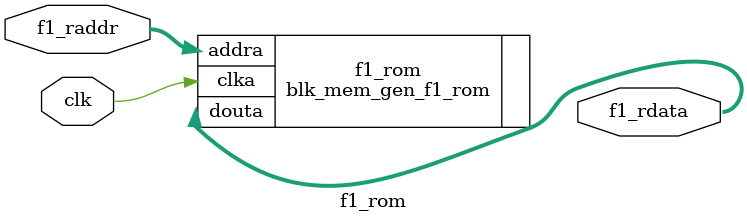
<source format=v>

module f1_rom(/*autoport*/
//output
			f1_rdata,
//input
			f1_raddr,
			clk);
	input wire  [9:0] f1_raddr;

	output wire [7:0] f1_rdata;

	input wire clk;



//2 cycles delay
	
blk_mem_gen_f1_rom f1_rom (
  .clka(clk),    // input wire clka
  .addra(f1_raddr),  // input wire [9 : 0] addra
  .douta(f1_rdata)  // output wire [7 : 0] douta
);


endmodule 
</source>
